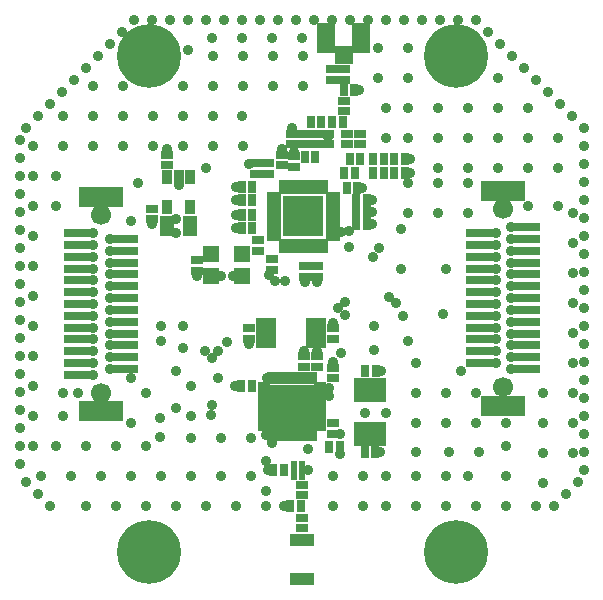
<source format=gts>
G04 (created by PCBNEW (2013-09-06 BZR 4312)-stable) date T 04 märts 2014 22:38:06 EET*
%MOIN*%
G04 Gerber Fmt 3.4, Leading zero omitted, Abs format*
%FSLAX34Y34*%
G01*
G70*
G90*
G04 APERTURE LIST*
%ADD10C,0.000787*%
%ADD11R,0.097638X0.031496*%
%ADD12C,0.066929*%
%ADD13R,0.149606X0.066929*%
%ADD14C,0.212598*%
%ADD15R,0.078740X0.043307*%
%ADD16R,0.023622X0.025591*%
%ADD17R,0.039348X0.031448*%
%ADD18R,0.050748X0.070748*%
%ADD19R,0.031448X0.039348*%
%ADD20R,0.035748X0.045748*%
%ADD21R,0.025548X0.039348*%
%ADD22R,0.039348X0.025548*%
%ADD23R,0.145648X0.145648*%
%ADD24R,0.045748X0.025748*%
%ADD25R,0.025748X0.045748*%
%ADD26R,0.133848X0.133848*%
%ADD27R,0.059055X0.059055*%
%ADD28R,0.059055X0.102362*%
%ADD29R,0.066929X0.102362*%
%ADD30R,0.110236X0.082677*%
%ADD31R,0.055118X0.057087*%
%ADD32C,0.035748*%
%ADD33C,0.055748*%
G04 APERTURE END LIST*
G54D10*
G54D11*
X41732Y-42913D03*
X41732Y-43307D03*
X41732Y-43700D03*
X41732Y-44094D03*
X41732Y-44488D03*
X41732Y-44881D03*
X41732Y-45275D03*
X41732Y-45669D03*
X41732Y-46062D03*
X41732Y-46456D03*
X41732Y-46850D03*
X41732Y-47244D03*
X41732Y-47637D03*
X43275Y-47440D03*
X43275Y-47047D03*
X43275Y-46653D03*
X43275Y-46259D03*
X43275Y-45866D03*
X43275Y-45472D03*
X43275Y-45078D03*
X43275Y-44685D03*
X43275Y-44291D03*
X43275Y-43897D03*
X43275Y-43503D03*
X43275Y-43110D03*
G54D12*
X42503Y-42303D03*
X42503Y-48248D03*
G54D13*
X42503Y-41692D03*
X42503Y-48858D03*
G54D12*
X42503Y-48248D03*
X42503Y-42303D03*
G54D13*
X42503Y-48858D03*
X42503Y-41692D03*
G54D11*
X56692Y-47440D03*
X56692Y-47047D03*
X56692Y-46653D03*
X56692Y-46259D03*
X56692Y-45866D03*
X56692Y-45472D03*
X56692Y-45078D03*
X56692Y-44685D03*
X56692Y-44291D03*
X56692Y-43897D03*
X56692Y-43503D03*
X56692Y-43110D03*
X56692Y-42716D03*
X55149Y-42913D03*
X55149Y-43307D03*
X55149Y-43700D03*
X55149Y-44094D03*
X55149Y-44488D03*
X55149Y-44881D03*
X55149Y-45275D03*
X55149Y-45669D03*
X55149Y-46062D03*
X55149Y-46456D03*
X55149Y-46850D03*
X55149Y-47244D03*
G54D12*
X55921Y-48051D03*
X55921Y-42106D03*
G54D13*
X55921Y-48661D03*
X55921Y-41496D03*
G54D12*
X55921Y-42106D03*
X55921Y-48051D03*
G54D13*
X55921Y-41496D03*
X55921Y-48661D03*
G54D14*
X44094Y-37007D03*
X54330Y-37007D03*
X54330Y-53543D03*
X44094Y-53543D03*
G54D15*
X49200Y-53150D03*
X49200Y-54449D03*
G54D16*
X49200Y-51021D03*
X49200Y-50825D03*
X49200Y-50628D03*
X48949Y-50628D03*
X48949Y-50825D03*
X48949Y-51021D03*
G54D17*
X44725Y-40652D03*
X44725Y-40298D03*
X44225Y-42098D03*
X44225Y-42452D03*
X50250Y-47752D03*
X50250Y-47398D03*
X49700Y-47377D03*
X49700Y-47023D03*
X50250Y-46427D03*
X50250Y-46073D03*
X47450Y-46073D03*
X47450Y-46427D03*
X49275Y-47377D03*
X49275Y-47023D03*
G54D18*
X45475Y-42675D03*
X44725Y-42675D03*
G54D19*
X47527Y-48000D03*
X47173Y-48000D03*
G54D17*
X45700Y-43823D03*
X45700Y-44177D03*
X48225Y-43773D03*
X48225Y-44127D03*
X49300Y-44023D03*
X49300Y-44377D03*
X49700Y-44023D03*
X49700Y-44377D03*
G54D19*
X51677Y-47525D03*
X51323Y-47525D03*
X51652Y-50225D03*
X51298Y-50225D03*
G54D17*
X50250Y-49602D03*
X50250Y-49248D03*
X47750Y-43502D03*
X47750Y-43148D03*
G54D19*
X48248Y-50825D03*
X48602Y-50825D03*
X51023Y-42625D03*
X51377Y-42625D03*
X47198Y-42750D03*
X47552Y-42750D03*
G54D17*
X49200Y-51652D03*
X49200Y-51298D03*
G54D19*
X51023Y-42225D03*
X51377Y-42225D03*
X47198Y-41375D03*
X47552Y-41375D03*
X50698Y-41425D03*
X51052Y-41425D03*
X47552Y-42325D03*
X47198Y-42325D03*
X47552Y-41800D03*
X47198Y-41800D03*
G54D17*
X47675Y-40927D03*
X47675Y-40573D03*
X48075Y-40927D03*
X48075Y-40573D03*
X48550Y-40652D03*
X48550Y-40298D03*
X48950Y-40702D03*
X48950Y-40348D03*
G54D19*
X52627Y-40900D03*
X52273Y-40900D03*
X51927Y-40450D03*
X51573Y-40450D03*
X52627Y-40450D03*
X52273Y-40450D03*
X50798Y-40450D03*
X51152Y-40450D03*
G54D17*
X48875Y-39952D03*
X48875Y-39598D03*
X49675Y-39952D03*
X49675Y-39598D03*
X51150Y-39952D03*
X51150Y-39598D03*
G54D19*
X50577Y-39225D03*
X50223Y-39225D03*
X50952Y-38150D03*
X50598Y-38150D03*
G54D17*
X50200Y-37802D03*
X50200Y-37448D03*
G54D19*
X48823Y-52025D03*
X49177Y-52025D03*
G54D17*
X49200Y-52398D03*
X49200Y-52752D03*
G54D19*
X50977Y-40900D03*
X50623Y-40900D03*
X49652Y-40375D03*
X49298Y-40375D03*
G54D17*
X49275Y-39952D03*
X49275Y-39598D03*
X50075Y-39952D03*
X50075Y-39598D03*
X50725Y-39952D03*
X50725Y-39598D03*
G54D19*
X49852Y-39225D03*
X49498Y-39225D03*
G54D17*
X50600Y-38852D03*
X50600Y-38498D03*
X50600Y-37802D03*
X50600Y-37448D03*
G54D19*
X50123Y-50050D03*
X50477Y-50050D03*
X51023Y-41825D03*
X51377Y-41825D03*
X51573Y-40900D03*
X51927Y-40900D03*
G54D20*
X45475Y-41050D03*
X44725Y-41050D03*
X45475Y-42050D03*
X45100Y-41050D03*
X44725Y-42050D03*
G54D21*
X49563Y-47756D03*
X49366Y-47756D03*
X49169Y-47756D03*
X48972Y-47756D03*
X48776Y-47756D03*
X48579Y-47756D03*
X48382Y-47756D03*
X48185Y-47756D03*
G54D22*
X47929Y-48798D03*
X47929Y-48994D03*
X47929Y-49191D03*
X47929Y-49388D03*
G54D23*
X48875Y-48700D03*
G54D22*
X47929Y-48011D03*
X47929Y-48208D03*
X47929Y-48405D03*
X47929Y-48601D03*
G54D21*
X48187Y-49644D03*
X48384Y-49645D03*
X48580Y-49645D03*
X48777Y-49645D03*
X48974Y-49645D03*
X49171Y-49645D03*
X49368Y-49645D03*
X49565Y-49645D03*
G54D22*
X49820Y-49389D03*
X49820Y-49192D03*
X49820Y-48995D03*
X49820Y-48799D03*
X49820Y-48602D03*
X49820Y-48405D03*
X49820Y-48208D03*
X49820Y-48011D03*
G54D24*
X48266Y-42842D03*
X48266Y-42645D03*
X48266Y-42448D03*
X48266Y-43039D03*
G54D25*
X48561Y-43334D03*
X48758Y-43334D03*
X48955Y-43334D03*
X49152Y-43334D03*
X49348Y-43334D03*
X49545Y-43334D03*
X49742Y-43334D03*
X49939Y-43334D03*
G54D24*
X50234Y-41661D03*
X50234Y-43039D03*
X50234Y-42842D03*
X50234Y-42645D03*
X50234Y-42448D03*
X50234Y-42252D03*
X50234Y-42055D03*
X50234Y-41858D03*
G54D25*
X49939Y-41366D03*
X49742Y-41366D03*
X49545Y-41366D03*
X49348Y-41366D03*
X49152Y-41366D03*
X48955Y-41366D03*
X48758Y-41366D03*
X48561Y-41366D03*
G54D24*
X48266Y-41661D03*
X48266Y-41858D03*
X48266Y-42055D03*
X48266Y-42252D03*
G54D26*
X49250Y-42350D03*
G54D27*
X50600Y-36990D03*
G54D28*
X51190Y-36400D03*
X50009Y-36400D03*
G54D29*
X48023Y-46250D03*
X49676Y-46250D03*
G54D30*
X51475Y-49603D03*
X51475Y-48146D03*
G54D31*
X46188Y-44339D03*
X47211Y-44339D03*
X47211Y-43610D03*
X46188Y-43610D03*
G54D32*
X56181Y-43503D03*
X56181Y-43110D03*
X56181Y-42716D03*
X55669Y-47244D03*
X55669Y-46850D03*
X42244Y-42913D03*
X42244Y-43307D03*
X42244Y-43700D03*
X42795Y-47440D03*
X42795Y-47047D03*
X42795Y-44291D03*
X42795Y-44685D03*
X42795Y-45078D03*
X42795Y-45472D03*
X42795Y-45866D03*
X42795Y-46259D03*
X44475Y-49700D03*
X44475Y-49075D03*
X42795Y-46653D03*
X52575Y-45675D03*
X46425Y-47750D03*
X46425Y-46850D03*
X55669Y-46456D03*
X50650Y-45650D03*
X50775Y-43375D03*
X55669Y-42913D03*
X50250Y-45900D03*
X50500Y-46900D03*
X52750Y-46500D03*
X51600Y-46800D03*
X51600Y-46000D03*
X51300Y-48900D03*
X52000Y-48900D03*
X53900Y-45600D03*
X53000Y-47250D03*
X52500Y-44100D03*
X54000Y-44100D03*
X54500Y-47500D03*
X57250Y-50250D03*
X57250Y-49250D03*
X56000Y-49250D03*
X55100Y-50200D03*
X54100Y-50200D03*
X53000Y-50200D03*
X54000Y-51000D03*
X54750Y-51000D03*
X56000Y-51000D03*
X57250Y-51250D03*
X57000Y-52000D03*
X56000Y-52000D03*
X55000Y-52000D03*
X54000Y-52000D03*
X53000Y-51000D03*
X52000Y-51000D03*
X51250Y-51000D03*
X50250Y-51000D03*
X50250Y-52000D03*
X51250Y-52000D03*
X52000Y-52000D03*
X53000Y-52000D03*
X56000Y-50000D03*
X55000Y-48250D03*
X55000Y-49250D03*
X54000Y-49250D03*
X54000Y-48250D03*
X53000Y-48250D03*
X53000Y-49250D03*
X58250Y-50250D03*
X58250Y-49250D03*
X58250Y-46250D03*
X58250Y-47250D03*
X56750Y-42000D03*
X57750Y-42000D03*
X58250Y-45250D03*
X58250Y-44250D03*
X58250Y-43250D03*
X58250Y-42250D03*
X57250Y-48250D03*
X58250Y-48250D03*
X54750Y-40750D03*
X55750Y-40750D03*
X56750Y-40750D03*
X57750Y-40750D03*
X54750Y-42250D03*
X54750Y-41250D03*
X53750Y-40750D03*
X52750Y-41250D03*
X52750Y-42250D03*
X53750Y-42250D03*
X53750Y-41250D03*
X52750Y-36750D03*
X55750Y-37750D03*
X57750Y-39750D03*
X56750Y-39750D03*
X56750Y-38750D03*
X55750Y-38750D03*
X55750Y-39750D03*
X54750Y-39750D03*
X54750Y-38750D03*
X53750Y-38750D03*
X53750Y-39750D03*
X52000Y-39750D03*
X52750Y-39750D03*
X51750Y-36750D03*
X52000Y-38750D03*
X52750Y-38750D03*
X52750Y-37750D03*
X51750Y-37750D03*
X47200Y-39000D03*
X45400Y-36800D03*
X46200Y-36400D03*
X47200Y-36400D03*
X48200Y-36400D03*
X49200Y-36400D03*
X45250Y-38000D03*
X46250Y-38000D03*
X47250Y-38000D03*
X48250Y-38000D03*
X49250Y-38000D03*
X46250Y-37000D03*
X47250Y-37000D03*
X48250Y-37000D03*
X49250Y-37000D03*
X46000Y-40750D03*
X47250Y-40000D03*
X46250Y-40000D03*
X46250Y-39000D03*
X45250Y-39000D03*
X45250Y-40000D03*
X42250Y-38000D03*
X43250Y-38000D03*
X43250Y-40000D03*
X44250Y-40000D03*
X41250Y-39000D03*
X42250Y-39000D03*
X43250Y-39000D03*
X44250Y-39000D03*
X43500Y-42500D03*
X43750Y-41250D03*
X42250Y-40000D03*
X41000Y-42000D03*
X41250Y-40000D03*
X40250Y-48000D03*
X40250Y-47000D03*
X40250Y-46000D03*
X40250Y-45000D03*
X40250Y-44000D03*
X40250Y-43000D03*
X40250Y-40000D03*
X40250Y-41000D03*
X40250Y-42000D03*
X41000Y-41000D03*
X44500Y-46500D03*
X44500Y-46000D03*
X45250Y-46000D03*
X45250Y-46750D03*
X45000Y-47500D03*
X45500Y-48000D03*
X45500Y-49000D03*
X45000Y-48750D03*
X48000Y-50500D03*
X45500Y-49750D03*
X46500Y-49750D03*
X47500Y-49750D03*
X43500Y-47750D03*
X44000Y-48250D03*
X43500Y-49250D03*
X41750Y-48250D03*
X41250Y-48250D03*
X41250Y-49000D03*
X44000Y-50000D03*
X43000Y-50000D03*
X42000Y-50000D03*
X41000Y-50000D03*
X40250Y-49000D03*
X40250Y-50000D03*
X48000Y-51500D03*
X42000Y-52000D03*
X40500Y-51000D03*
X41500Y-51000D03*
X42500Y-51000D03*
X43500Y-51000D03*
X44500Y-51000D03*
X45500Y-51000D03*
X46500Y-51000D03*
X47500Y-51000D03*
X48000Y-52000D03*
X47000Y-52000D03*
X46000Y-52000D03*
X45000Y-52000D03*
X44000Y-52000D03*
X43000Y-52000D03*
X48025Y-49650D03*
X48225Y-49925D03*
X49425Y-50100D03*
G54D33*
X48425Y-48250D03*
X48425Y-49150D03*
X49325Y-49150D03*
X49325Y-48250D03*
X48875Y-48700D03*
X48850Y-41950D03*
X49650Y-42750D03*
X49650Y-41950D03*
X48850Y-42750D03*
X49250Y-42350D03*
G54D32*
X48625Y-52025D03*
X49400Y-50825D03*
X48075Y-50825D03*
X48050Y-47750D03*
X46975Y-48000D03*
X50125Y-48075D03*
X50125Y-48350D03*
X50475Y-50275D03*
X50475Y-49600D03*
X51825Y-50225D03*
X51850Y-47525D03*
X50250Y-47225D03*
X49275Y-46850D03*
X49700Y-46850D03*
X47450Y-46600D03*
X47025Y-41375D03*
X47025Y-41800D03*
X47025Y-42325D03*
X47025Y-42750D03*
X44725Y-40125D03*
X45100Y-41300D03*
X45000Y-42900D03*
X45000Y-42450D03*
X44225Y-42625D03*
X45700Y-44350D03*
X46500Y-44350D03*
X46900Y-44350D03*
X48100Y-44300D03*
X49700Y-44550D03*
X49300Y-44550D03*
X51550Y-42625D03*
X51550Y-42225D03*
X51550Y-41825D03*
X51225Y-41425D03*
X52800Y-40900D03*
X52800Y-40450D03*
X47450Y-40600D03*
X48875Y-39425D03*
X48550Y-40125D03*
X48950Y-40200D03*
X50075Y-39700D03*
X51125Y-38150D03*
X56181Y-47440D03*
X56181Y-47047D03*
X56181Y-46653D03*
X56181Y-44685D03*
X56181Y-44291D03*
X56181Y-43897D03*
X42244Y-47244D03*
X42244Y-47637D03*
X42795Y-43897D03*
X42795Y-43503D03*
X42795Y-43110D03*
X58400Y-51200D03*
X58000Y-51600D03*
X57600Y-52000D03*
X40000Y-39400D03*
X40400Y-39000D03*
X40800Y-38600D03*
X41200Y-38200D03*
X41600Y-37800D03*
X42000Y-37400D03*
X42400Y-37000D03*
X42800Y-36600D03*
X43200Y-36200D03*
X43600Y-35800D03*
X40800Y-52000D03*
X40400Y-51600D03*
X40000Y-51200D03*
X39800Y-50600D03*
X39800Y-39800D03*
X39800Y-40400D03*
X39800Y-41000D03*
X39800Y-41600D03*
X39800Y-42200D03*
X39800Y-42800D03*
X39800Y-43400D03*
X39800Y-44000D03*
X39800Y-44600D03*
X39800Y-45200D03*
X39800Y-45800D03*
X39800Y-46400D03*
X39800Y-47000D03*
X39800Y-47600D03*
X39800Y-48200D03*
X39800Y-48800D03*
X39800Y-49400D03*
X39800Y-50000D03*
X54400Y-35800D03*
X53800Y-35800D03*
X53200Y-35800D03*
X52600Y-35800D03*
X52000Y-35800D03*
X51400Y-35800D03*
X50800Y-35800D03*
X50200Y-35800D03*
X49600Y-35800D03*
X49000Y-35800D03*
X48400Y-35800D03*
X47800Y-35800D03*
X47200Y-35800D03*
X46600Y-35800D03*
X46000Y-35800D03*
X45400Y-35800D03*
X44800Y-35800D03*
X44200Y-35800D03*
X55000Y-35800D03*
X55400Y-36200D03*
X55800Y-36600D03*
X56200Y-37000D03*
X56600Y-37400D03*
X57000Y-37800D03*
X57400Y-38200D03*
X57800Y-38600D03*
X58200Y-39000D03*
X58600Y-39400D03*
X58600Y-50800D03*
X58600Y-50200D03*
X58600Y-49600D03*
X58600Y-49000D03*
X58600Y-48400D03*
X58600Y-47800D03*
X58600Y-47200D03*
X58600Y-46600D03*
X58600Y-46000D03*
X58600Y-45400D03*
X58600Y-44800D03*
X58600Y-44200D03*
X58600Y-43600D03*
X58600Y-43000D03*
X58600Y-42400D03*
X58600Y-41800D03*
X58600Y-41200D03*
X58600Y-40600D03*
X58600Y-40000D03*
X42244Y-46850D03*
X42244Y-46456D03*
X42244Y-46062D03*
X46725Y-46550D03*
X42244Y-45669D03*
X50500Y-42875D03*
X42244Y-45275D03*
X48650Y-44525D03*
X42244Y-44881D03*
X48325Y-44500D03*
X42244Y-44488D03*
X42244Y-44094D03*
X56181Y-45078D03*
X52525Y-42775D03*
X50775Y-42850D03*
X56181Y-45472D03*
X56181Y-45866D03*
X55669Y-45669D03*
X55669Y-46062D03*
X46200Y-48650D03*
X46200Y-47075D03*
X50425Y-45425D03*
X52350Y-45250D03*
X55669Y-44881D03*
X51575Y-43725D03*
X55669Y-43700D03*
X45975Y-46850D03*
X50650Y-45200D03*
X52100Y-45050D03*
X46175Y-48975D03*
X55669Y-44488D03*
X51775Y-43425D03*
X55669Y-43307D03*
X55669Y-45275D03*
X55669Y-44094D03*
X56181Y-46259D03*
M02*

</source>
